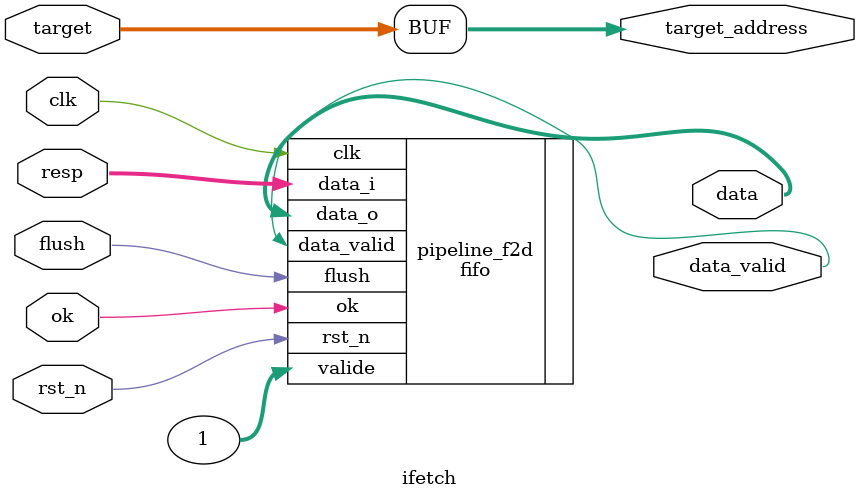
<source format=sv>




module ifetch
//import CPU_config::*;
(
	// Global interface
	input logic clk,
	input logic rst_n,

  // Memory interface
  output logic[xlen-1:0] target_address,
  input logic[xlen-1:0] resp,

	// Pc_gen interface
  output logic data_valid,
	output logic[xlen-1:0] data,
  input logic ok,

  // PC Control interface
  input logic[xlen-1:0] target,
  input logic flush
);
parameter xlen = 32;


always begin
  target_address = target;
end


fifo #(.DATA_SIZE(xlen)) pipeline_f2d
(
  .clk(clk),
  .rst_n(rst_n),
  .data_i(resp),
  .valide(1),
  .flush(flush),
  .data_valid(data_valid),
  .data_o(data),
  .ok(ok)
);

endmodule
</source>
